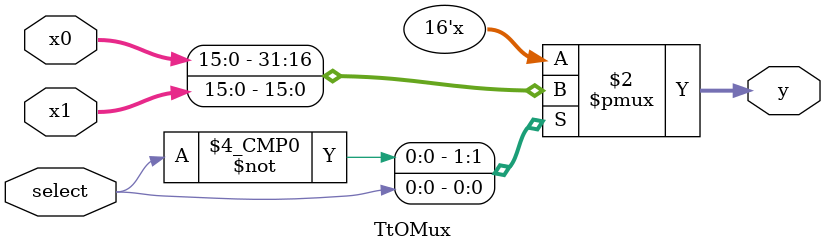
<source format=sv>
`timescale 1ns / 1ps


module TtOMux(
    input logic [15:0] x0,
    input logic [15:0] x1,
    input logic select,
    output logic [15:0] y
    );
    always_comb
    begin
    case(select)
    1'b0: y=x0;
    1'b1: y=x1;
    default y=x0;
    endcase
    end
endmodule 

</source>
